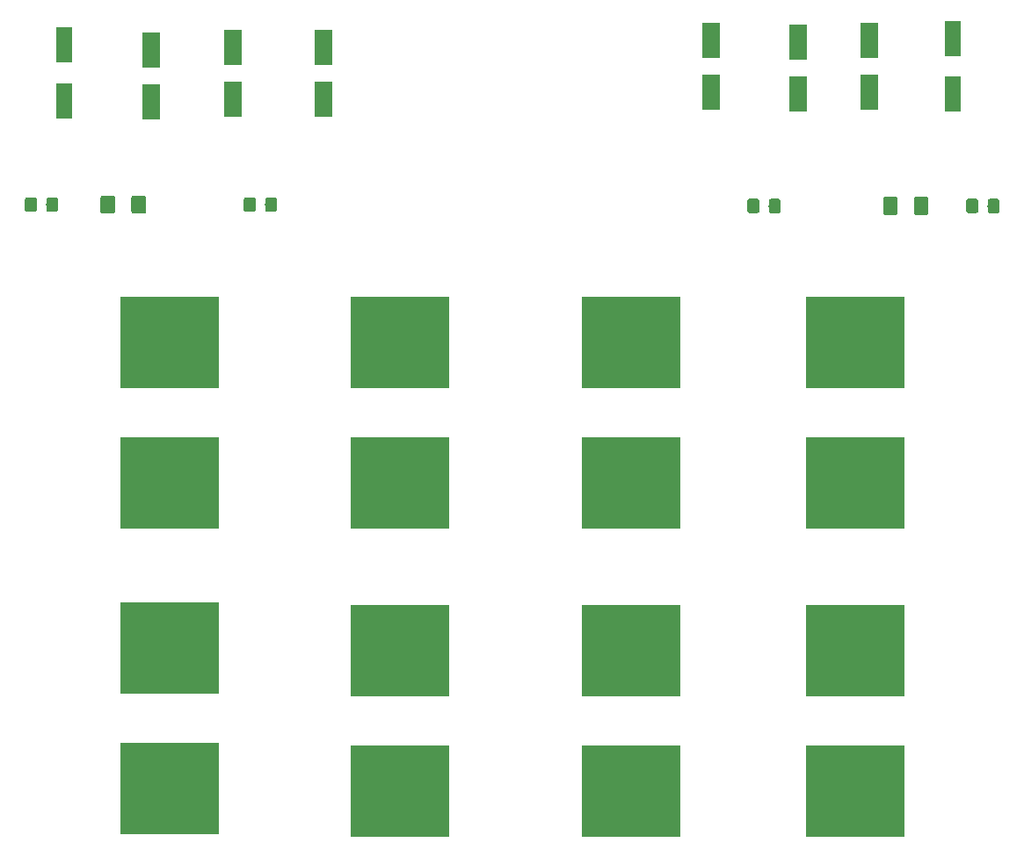
<source format=gbr>
G04 #@! TF.GenerationSoftware,KiCad,Pcbnew,(5.0.0-3-g5ebb6b6)*
G04 #@! TF.CreationDate,2019-01-11T00:48:24+00:00*
G04 #@! TF.ProjectId,AdjustablePSU,41646A75737461626C655053552E6B69,rev?*
G04 #@! TF.SameCoordinates,Original*
G04 #@! TF.FileFunction,Paste,Top*
G04 #@! TF.FilePolarity,Positive*
%FSLAX46Y46*%
G04 Gerber Fmt 4.6, Leading zero omitted, Abs format (unit mm)*
G04 Created by KiCad (PCBNEW (5.0.0-3-g5ebb6b6)) date Friday, 11 January 2019 at 00:48:24*
%MOMM*%
%LPD*%
G01*
G04 APERTURE LIST*
%ADD10C,0.100000*%
%ADD11C,1.150000*%
%ADD12R,9.600000X8.800000*%
%ADD13R,1.600000X3.500000*%
%ADD14C,1.425000*%
%ADD15R,1.800000X3.500000*%
G04 APERTURE END LIST*
D10*
G04 #@! TO.C,C_NEG1*
G36*
X125707505Y-89471204D02*
X125731773Y-89474804D01*
X125755572Y-89480765D01*
X125778671Y-89489030D01*
X125800850Y-89499520D01*
X125821893Y-89512132D01*
X125841599Y-89526747D01*
X125859777Y-89543223D01*
X125876253Y-89561401D01*
X125890868Y-89581107D01*
X125903480Y-89602150D01*
X125913970Y-89624329D01*
X125922235Y-89647428D01*
X125928196Y-89671227D01*
X125931796Y-89695495D01*
X125933000Y-89719999D01*
X125933000Y-90620001D01*
X125931796Y-90644505D01*
X125928196Y-90668773D01*
X125922235Y-90692572D01*
X125913970Y-90715671D01*
X125903480Y-90737850D01*
X125890868Y-90758893D01*
X125876253Y-90778599D01*
X125859777Y-90796777D01*
X125841599Y-90813253D01*
X125821893Y-90827868D01*
X125800850Y-90840480D01*
X125778671Y-90850970D01*
X125755572Y-90859235D01*
X125731773Y-90865196D01*
X125707505Y-90868796D01*
X125683001Y-90870000D01*
X125032999Y-90870000D01*
X125008495Y-90868796D01*
X124984227Y-90865196D01*
X124960428Y-90859235D01*
X124937329Y-90850970D01*
X124915150Y-90840480D01*
X124894107Y-90827868D01*
X124874401Y-90813253D01*
X124856223Y-90796777D01*
X124839747Y-90778599D01*
X124825132Y-90758893D01*
X124812520Y-90737850D01*
X124802030Y-90715671D01*
X124793765Y-90692572D01*
X124787804Y-90668773D01*
X124784204Y-90644505D01*
X124783000Y-90620001D01*
X124783000Y-89719999D01*
X124784204Y-89695495D01*
X124787804Y-89671227D01*
X124793765Y-89647428D01*
X124802030Y-89624329D01*
X124812520Y-89602150D01*
X124825132Y-89581107D01*
X124839747Y-89561401D01*
X124856223Y-89543223D01*
X124874401Y-89526747D01*
X124894107Y-89512132D01*
X124915150Y-89499520D01*
X124937329Y-89489030D01*
X124960428Y-89480765D01*
X124984227Y-89474804D01*
X125008495Y-89471204D01*
X125032999Y-89470000D01*
X125683001Y-89470000D01*
X125707505Y-89471204D01*
X125707505Y-89471204D01*
G37*
D11*
X125358000Y-90170000D03*
D10*
G36*
X123657505Y-89471204D02*
X123681773Y-89474804D01*
X123705572Y-89480765D01*
X123728671Y-89489030D01*
X123750850Y-89499520D01*
X123771893Y-89512132D01*
X123791599Y-89526747D01*
X123809777Y-89543223D01*
X123826253Y-89561401D01*
X123840868Y-89581107D01*
X123853480Y-89602150D01*
X123863970Y-89624329D01*
X123872235Y-89647428D01*
X123878196Y-89671227D01*
X123881796Y-89695495D01*
X123883000Y-89719999D01*
X123883000Y-90620001D01*
X123881796Y-90644505D01*
X123878196Y-90668773D01*
X123872235Y-90692572D01*
X123863970Y-90715671D01*
X123853480Y-90737850D01*
X123840868Y-90758893D01*
X123826253Y-90778599D01*
X123809777Y-90796777D01*
X123791599Y-90813253D01*
X123771893Y-90827868D01*
X123750850Y-90840480D01*
X123728671Y-90850970D01*
X123705572Y-90859235D01*
X123681773Y-90865196D01*
X123657505Y-90868796D01*
X123633001Y-90870000D01*
X122982999Y-90870000D01*
X122958495Y-90868796D01*
X122934227Y-90865196D01*
X122910428Y-90859235D01*
X122887329Y-90850970D01*
X122865150Y-90840480D01*
X122844107Y-90827868D01*
X122824401Y-90813253D01*
X122806223Y-90796777D01*
X122789747Y-90778599D01*
X122775132Y-90758893D01*
X122762520Y-90737850D01*
X122752030Y-90715671D01*
X122743765Y-90692572D01*
X122737804Y-90668773D01*
X122734204Y-90644505D01*
X122733000Y-90620001D01*
X122733000Y-89719999D01*
X122734204Y-89695495D01*
X122737804Y-89671227D01*
X122743765Y-89647428D01*
X122752030Y-89624329D01*
X122762520Y-89602150D01*
X122775132Y-89581107D01*
X122789747Y-89561401D01*
X122806223Y-89543223D01*
X122824401Y-89526747D01*
X122844107Y-89512132D01*
X122865150Y-89499520D01*
X122887329Y-89489030D01*
X122910428Y-89480765D01*
X122934227Y-89474804D01*
X122958495Y-89471204D01*
X122982999Y-89470000D01*
X123633001Y-89470000D01*
X123657505Y-89471204D01*
X123657505Y-89471204D01*
G37*
D11*
X123308000Y-90170000D03*
G04 #@! TD*
D12*
G04 #@! TO.C,C_NEG2*
X137795000Y-103486000D03*
X137795000Y-116986000D03*
G04 #@! TD*
G04 #@! TO.C,C_NEG3*
X115570000Y-116986000D03*
X115570000Y-103486000D03*
G04 #@! TD*
G04 #@! TO.C,C_NEG4*
X115570000Y-146450000D03*
X115570000Y-132950000D03*
G04 #@! TD*
G04 #@! TO.C,C_NEG5*
X137795000Y-133204000D03*
X137795000Y-146704000D03*
G04 #@! TD*
D13*
G04 #@! TO.C,C_NEG6*
X105410000Y-80170000D03*
X105410000Y-74770000D03*
G04 #@! TD*
D10*
G04 #@! TO.C,C_POS1*
G36*
X174221505Y-89598204D02*
X174245773Y-89601804D01*
X174269572Y-89607765D01*
X174292671Y-89616030D01*
X174314850Y-89626520D01*
X174335893Y-89639132D01*
X174355599Y-89653747D01*
X174373777Y-89670223D01*
X174390253Y-89688401D01*
X174404868Y-89708107D01*
X174417480Y-89729150D01*
X174427970Y-89751329D01*
X174436235Y-89774428D01*
X174442196Y-89798227D01*
X174445796Y-89822495D01*
X174447000Y-89846999D01*
X174447000Y-90747001D01*
X174445796Y-90771505D01*
X174442196Y-90795773D01*
X174436235Y-90819572D01*
X174427970Y-90842671D01*
X174417480Y-90864850D01*
X174404868Y-90885893D01*
X174390253Y-90905599D01*
X174373777Y-90923777D01*
X174355599Y-90940253D01*
X174335893Y-90954868D01*
X174314850Y-90967480D01*
X174292671Y-90977970D01*
X174269572Y-90986235D01*
X174245773Y-90992196D01*
X174221505Y-90995796D01*
X174197001Y-90997000D01*
X173546999Y-90997000D01*
X173522495Y-90995796D01*
X173498227Y-90992196D01*
X173474428Y-90986235D01*
X173451329Y-90977970D01*
X173429150Y-90967480D01*
X173408107Y-90954868D01*
X173388401Y-90940253D01*
X173370223Y-90923777D01*
X173353747Y-90905599D01*
X173339132Y-90885893D01*
X173326520Y-90864850D01*
X173316030Y-90842671D01*
X173307765Y-90819572D01*
X173301804Y-90795773D01*
X173298204Y-90771505D01*
X173297000Y-90747001D01*
X173297000Y-89846999D01*
X173298204Y-89822495D01*
X173301804Y-89798227D01*
X173307765Y-89774428D01*
X173316030Y-89751329D01*
X173326520Y-89729150D01*
X173339132Y-89708107D01*
X173353747Y-89688401D01*
X173370223Y-89670223D01*
X173388401Y-89653747D01*
X173408107Y-89639132D01*
X173429150Y-89626520D01*
X173451329Y-89616030D01*
X173474428Y-89607765D01*
X173498227Y-89601804D01*
X173522495Y-89598204D01*
X173546999Y-89597000D01*
X174197001Y-89597000D01*
X174221505Y-89598204D01*
X174221505Y-89598204D01*
G37*
D11*
X173872000Y-90297000D03*
D10*
G36*
X172171505Y-89598204D02*
X172195773Y-89601804D01*
X172219572Y-89607765D01*
X172242671Y-89616030D01*
X172264850Y-89626520D01*
X172285893Y-89639132D01*
X172305599Y-89653747D01*
X172323777Y-89670223D01*
X172340253Y-89688401D01*
X172354868Y-89708107D01*
X172367480Y-89729150D01*
X172377970Y-89751329D01*
X172386235Y-89774428D01*
X172392196Y-89798227D01*
X172395796Y-89822495D01*
X172397000Y-89846999D01*
X172397000Y-90747001D01*
X172395796Y-90771505D01*
X172392196Y-90795773D01*
X172386235Y-90819572D01*
X172377970Y-90842671D01*
X172367480Y-90864850D01*
X172354868Y-90885893D01*
X172340253Y-90905599D01*
X172323777Y-90923777D01*
X172305599Y-90940253D01*
X172285893Y-90954868D01*
X172264850Y-90967480D01*
X172242671Y-90977970D01*
X172219572Y-90986235D01*
X172195773Y-90992196D01*
X172171505Y-90995796D01*
X172147001Y-90997000D01*
X171496999Y-90997000D01*
X171472495Y-90995796D01*
X171448227Y-90992196D01*
X171424428Y-90986235D01*
X171401329Y-90977970D01*
X171379150Y-90967480D01*
X171358107Y-90954868D01*
X171338401Y-90940253D01*
X171320223Y-90923777D01*
X171303747Y-90905599D01*
X171289132Y-90885893D01*
X171276520Y-90864850D01*
X171266030Y-90842671D01*
X171257765Y-90819572D01*
X171251804Y-90795773D01*
X171248204Y-90771505D01*
X171247000Y-90747001D01*
X171247000Y-89846999D01*
X171248204Y-89822495D01*
X171251804Y-89798227D01*
X171257765Y-89774428D01*
X171266030Y-89751329D01*
X171276520Y-89729150D01*
X171289132Y-89708107D01*
X171303747Y-89688401D01*
X171320223Y-89670223D01*
X171338401Y-89653747D01*
X171358107Y-89639132D01*
X171379150Y-89626520D01*
X171401329Y-89616030D01*
X171424428Y-89607765D01*
X171448227Y-89601804D01*
X171472495Y-89598204D01*
X171496999Y-89597000D01*
X172147001Y-89597000D01*
X172171505Y-89598204D01*
X172171505Y-89598204D01*
G37*
D11*
X171822000Y-90297000D03*
G04 #@! TD*
D12*
G04 #@! TO.C,C_POS2*
X160020000Y-146704000D03*
X160020000Y-133204000D03*
G04 #@! TD*
G04 #@! TO.C,C_POS3*
X160020000Y-116986000D03*
X160020000Y-103486000D03*
G04 #@! TD*
G04 #@! TO.C,C_POS4*
X181610000Y-146704000D03*
X181610000Y-133204000D03*
G04 #@! TD*
G04 #@! TO.C,C_POS5*
X181610000Y-116986000D03*
X181610000Y-103486000D03*
G04 #@! TD*
D13*
G04 #@! TO.C,C_POS6*
X191008000Y-79535000D03*
X191008000Y-74135000D03*
G04 #@! TD*
D10*
G04 #@! TO.C,D_NEG4*
G36*
X110124504Y-89296204D02*
X110148773Y-89299804D01*
X110172571Y-89305765D01*
X110195671Y-89314030D01*
X110217849Y-89324520D01*
X110238893Y-89337133D01*
X110258598Y-89351747D01*
X110276777Y-89368223D01*
X110293253Y-89386402D01*
X110307867Y-89406107D01*
X110320480Y-89427151D01*
X110330970Y-89449329D01*
X110339235Y-89472429D01*
X110345196Y-89496227D01*
X110348796Y-89520496D01*
X110350000Y-89545000D01*
X110350000Y-90795000D01*
X110348796Y-90819504D01*
X110345196Y-90843773D01*
X110339235Y-90867571D01*
X110330970Y-90890671D01*
X110320480Y-90912849D01*
X110307867Y-90933893D01*
X110293253Y-90953598D01*
X110276777Y-90971777D01*
X110258598Y-90988253D01*
X110238893Y-91002867D01*
X110217849Y-91015480D01*
X110195671Y-91025970D01*
X110172571Y-91034235D01*
X110148773Y-91040196D01*
X110124504Y-91043796D01*
X110100000Y-91045000D01*
X109175000Y-91045000D01*
X109150496Y-91043796D01*
X109126227Y-91040196D01*
X109102429Y-91034235D01*
X109079329Y-91025970D01*
X109057151Y-91015480D01*
X109036107Y-91002867D01*
X109016402Y-90988253D01*
X108998223Y-90971777D01*
X108981747Y-90953598D01*
X108967133Y-90933893D01*
X108954520Y-90912849D01*
X108944030Y-90890671D01*
X108935765Y-90867571D01*
X108929804Y-90843773D01*
X108926204Y-90819504D01*
X108925000Y-90795000D01*
X108925000Y-89545000D01*
X108926204Y-89520496D01*
X108929804Y-89496227D01*
X108935765Y-89472429D01*
X108944030Y-89449329D01*
X108954520Y-89427151D01*
X108967133Y-89406107D01*
X108981747Y-89386402D01*
X108998223Y-89368223D01*
X109016402Y-89351747D01*
X109036107Y-89337133D01*
X109057151Y-89324520D01*
X109079329Y-89314030D01*
X109102429Y-89305765D01*
X109126227Y-89299804D01*
X109150496Y-89296204D01*
X109175000Y-89295000D01*
X110100000Y-89295000D01*
X110124504Y-89296204D01*
X110124504Y-89296204D01*
G37*
D14*
X109637500Y-90170000D03*
D10*
G36*
X113099504Y-89296204D02*
X113123773Y-89299804D01*
X113147571Y-89305765D01*
X113170671Y-89314030D01*
X113192849Y-89324520D01*
X113213893Y-89337133D01*
X113233598Y-89351747D01*
X113251777Y-89368223D01*
X113268253Y-89386402D01*
X113282867Y-89406107D01*
X113295480Y-89427151D01*
X113305970Y-89449329D01*
X113314235Y-89472429D01*
X113320196Y-89496227D01*
X113323796Y-89520496D01*
X113325000Y-89545000D01*
X113325000Y-90795000D01*
X113323796Y-90819504D01*
X113320196Y-90843773D01*
X113314235Y-90867571D01*
X113305970Y-90890671D01*
X113295480Y-90912849D01*
X113282867Y-90933893D01*
X113268253Y-90953598D01*
X113251777Y-90971777D01*
X113233598Y-90988253D01*
X113213893Y-91002867D01*
X113192849Y-91015480D01*
X113170671Y-91025970D01*
X113147571Y-91034235D01*
X113123773Y-91040196D01*
X113099504Y-91043796D01*
X113075000Y-91045000D01*
X112150000Y-91045000D01*
X112125496Y-91043796D01*
X112101227Y-91040196D01*
X112077429Y-91034235D01*
X112054329Y-91025970D01*
X112032151Y-91015480D01*
X112011107Y-91002867D01*
X111991402Y-90988253D01*
X111973223Y-90971777D01*
X111956747Y-90953598D01*
X111942133Y-90933893D01*
X111929520Y-90912849D01*
X111919030Y-90890671D01*
X111910765Y-90867571D01*
X111904804Y-90843773D01*
X111901204Y-90819504D01*
X111900000Y-90795000D01*
X111900000Y-89545000D01*
X111901204Y-89520496D01*
X111904804Y-89496227D01*
X111910765Y-89472429D01*
X111919030Y-89449329D01*
X111929520Y-89427151D01*
X111942133Y-89406107D01*
X111956747Y-89386402D01*
X111973223Y-89368223D01*
X111991402Y-89351747D01*
X112011107Y-89337133D01*
X112032151Y-89324520D01*
X112054329Y-89314030D01*
X112077429Y-89305765D01*
X112101227Y-89299804D01*
X112125496Y-89296204D01*
X112150000Y-89295000D01*
X113075000Y-89295000D01*
X113099504Y-89296204D01*
X113099504Y-89296204D01*
G37*
D14*
X112612500Y-90170000D03*
G04 #@! TD*
D10*
G04 #@! TO.C,D_POS4*
G36*
X188474004Y-89423204D02*
X188498273Y-89426804D01*
X188522071Y-89432765D01*
X188545171Y-89441030D01*
X188567349Y-89451520D01*
X188588393Y-89464133D01*
X188608098Y-89478747D01*
X188626277Y-89495223D01*
X188642753Y-89513402D01*
X188657367Y-89533107D01*
X188669980Y-89554151D01*
X188680470Y-89576329D01*
X188688735Y-89599429D01*
X188694696Y-89623227D01*
X188698296Y-89647496D01*
X188699500Y-89672000D01*
X188699500Y-90922000D01*
X188698296Y-90946504D01*
X188694696Y-90970773D01*
X188688735Y-90994571D01*
X188680470Y-91017671D01*
X188669980Y-91039849D01*
X188657367Y-91060893D01*
X188642753Y-91080598D01*
X188626277Y-91098777D01*
X188608098Y-91115253D01*
X188588393Y-91129867D01*
X188567349Y-91142480D01*
X188545171Y-91152970D01*
X188522071Y-91161235D01*
X188498273Y-91167196D01*
X188474004Y-91170796D01*
X188449500Y-91172000D01*
X187524500Y-91172000D01*
X187499996Y-91170796D01*
X187475727Y-91167196D01*
X187451929Y-91161235D01*
X187428829Y-91152970D01*
X187406651Y-91142480D01*
X187385607Y-91129867D01*
X187365902Y-91115253D01*
X187347723Y-91098777D01*
X187331247Y-91080598D01*
X187316633Y-91060893D01*
X187304020Y-91039849D01*
X187293530Y-91017671D01*
X187285265Y-90994571D01*
X187279304Y-90970773D01*
X187275704Y-90946504D01*
X187274500Y-90922000D01*
X187274500Y-89672000D01*
X187275704Y-89647496D01*
X187279304Y-89623227D01*
X187285265Y-89599429D01*
X187293530Y-89576329D01*
X187304020Y-89554151D01*
X187316633Y-89533107D01*
X187331247Y-89513402D01*
X187347723Y-89495223D01*
X187365902Y-89478747D01*
X187385607Y-89464133D01*
X187406651Y-89451520D01*
X187428829Y-89441030D01*
X187451929Y-89432765D01*
X187475727Y-89426804D01*
X187499996Y-89423204D01*
X187524500Y-89422000D01*
X188449500Y-89422000D01*
X188474004Y-89423204D01*
X188474004Y-89423204D01*
G37*
D14*
X187987000Y-90297000D03*
D10*
G36*
X185499004Y-89423204D02*
X185523273Y-89426804D01*
X185547071Y-89432765D01*
X185570171Y-89441030D01*
X185592349Y-89451520D01*
X185613393Y-89464133D01*
X185633098Y-89478747D01*
X185651277Y-89495223D01*
X185667753Y-89513402D01*
X185682367Y-89533107D01*
X185694980Y-89554151D01*
X185705470Y-89576329D01*
X185713735Y-89599429D01*
X185719696Y-89623227D01*
X185723296Y-89647496D01*
X185724500Y-89672000D01*
X185724500Y-90922000D01*
X185723296Y-90946504D01*
X185719696Y-90970773D01*
X185713735Y-90994571D01*
X185705470Y-91017671D01*
X185694980Y-91039849D01*
X185682367Y-91060893D01*
X185667753Y-91080598D01*
X185651277Y-91098777D01*
X185633098Y-91115253D01*
X185613393Y-91129867D01*
X185592349Y-91142480D01*
X185570171Y-91152970D01*
X185547071Y-91161235D01*
X185523273Y-91167196D01*
X185499004Y-91170796D01*
X185474500Y-91172000D01*
X184549500Y-91172000D01*
X184524996Y-91170796D01*
X184500727Y-91167196D01*
X184476929Y-91161235D01*
X184453829Y-91152970D01*
X184431651Y-91142480D01*
X184410607Y-91129867D01*
X184390902Y-91115253D01*
X184372723Y-91098777D01*
X184356247Y-91080598D01*
X184341633Y-91060893D01*
X184329020Y-91039849D01*
X184318530Y-91017671D01*
X184310265Y-90994571D01*
X184304304Y-90970773D01*
X184300704Y-90946504D01*
X184299500Y-90922000D01*
X184299500Y-89672000D01*
X184300704Y-89647496D01*
X184304304Y-89623227D01*
X184310265Y-89599429D01*
X184318530Y-89576329D01*
X184329020Y-89554151D01*
X184341633Y-89533107D01*
X184356247Y-89513402D01*
X184372723Y-89495223D01*
X184390902Y-89478747D01*
X184410607Y-89464133D01*
X184431651Y-89451520D01*
X184453829Y-89441030D01*
X184476929Y-89432765D01*
X184500727Y-89426804D01*
X184524996Y-89423204D01*
X184549500Y-89422000D01*
X185474500Y-89422000D01*
X185499004Y-89423204D01*
X185499004Y-89423204D01*
G37*
D14*
X185012000Y-90297000D03*
G04 #@! TD*
D10*
G04 #@! TO.C,R_NEG1*
G36*
X102575505Y-89471204D02*
X102599773Y-89474804D01*
X102623572Y-89480765D01*
X102646671Y-89489030D01*
X102668850Y-89499520D01*
X102689893Y-89512132D01*
X102709599Y-89526747D01*
X102727777Y-89543223D01*
X102744253Y-89561401D01*
X102758868Y-89581107D01*
X102771480Y-89602150D01*
X102781970Y-89624329D01*
X102790235Y-89647428D01*
X102796196Y-89671227D01*
X102799796Y-89695495D01*
X102801000Y-89719999D01*
X102801000Y-90620001D01*
X102799796Y-90644505D01*
X102796196Y-90668773D01*
X102790235Y-90692572D01*
X102781970Y-90715671D01*
X102771480Y-90737850D01*
X102758868Y-90758893D01*
X102744253Y-90778599D01*
X102727777Y-90796777D01*
X102709599Y-90813253D01*
X102689893Y-90827868D01*
X102668850Y-90840480D01*
X102646671Y-90850970D01*
X102623572Y-90859235D01*
X102599773Y-90865196D01*
X102575505Y-90868796D01*
X102551001Y-90870000D01*
X101900999Y-90870000D01*
X101876495Y-90868796D01*
X101852227Y-90865196D01*
X101828428Y-90859235D01*
X101805329Y-90850970D01*
X101783150Y-90840480D01*
X101762107Y-90827868D01*
X101742401Y-90813253D01*
X101724223Y-90796777D01*
X101707747Y-90778599D01*
X101693132Y-90758893D01*
X101680520Y-90737850D01*
X101670030Y-90715671D01*
X101661765Y-90692572D01*
X101655804Y-90668773D01*
X101652204Y-90644505D01*
X101651000Y-90620001D01*
X101651000Y-89719999D01*
X101652204Y-89695495D01*
X101655804Y-89671227D01*
X101661765Y-89647428D01*
X101670030Y-89624329D01*
X101680520Y-89602150D01*
X101693132Y-89581107D01*
X101707747Y-89561401D01*
X101724223Y-89543223D01*
X101742401Y-89526747D01*
X101762107Y-89512132D01*
X101783150Y-89499520D01*
X101805329Y-89489030D01*
X101828428Y-89480765D01*
X101852227Y-89474804D01*
X101876495Y-89471204D01*
X101900999Y-89470000D01*
X102551001Y-89470000D01*
X102575505Y-89471204D01*
X102575505Y-89471204D01*
G37*
D11*
X102226000Y-90170000D03*
D10*
G36*
X104625505Y-89471204D02*
X104649773Y-89474804D01*
X104673572Y-89480765D01*
X104696671Y-89489030D01*
X104718850Y-89499520D01*
X104739893Y-89512132D01*
X104759599Y-89526747D01*
X104777777Y-89543223D01*
X104794253Y-89561401D01*
X104808868Y-89581107D01*
X104821480Y-89602150D01*
X104831970Y-89624329D01*
X104840235Y-89647428D01*
X104846196Y-89671227D01*
X104849796Y-89695495D01*
X104851000Y-89719999D01*
X104851000Y-90620001D01*
X104849796Y-90644505D01*
X104846196Y-90668773D01*
X104840235Y-90692572D01*
X104831970Y-90715671D01*
X104821480Y-90737850D01*
X104808868Y-90758893D01*
X104794253Y-90778599D01*
X104777777Y-90796777D01*
X104759599Y-90813253D01*
X104739893Y-90827868D01*
X104718850Y-90840480D01*
X104696671Y-90850970D01*
X104673572Y-90859235D01*
X104649773Y-90865196D01*
X104625505Y-90868796D01*
X104601001Y-90870000D01*
X103950999Y-90870000D01*
X103926495Y-90868796D01*
X103902227Y-90865196D01*
X103878428Y-90859235D01*
X103855329Y-90850970D01*
X103833150Y-90840480D01*
X103812107Y-90827868D01*
X103792401Y-90813253D01*
X103774223Y-90796777D01*
X103757747Y-90778599D01*
X103743132Y-90758893D01*
X103730520Y-90737850D01*
X103720030Y-90715671D01*
X103711765Y-90692572D01*
X103705804Y-90668773D01*
X103702204Y-90644505D01*
X103701000Y-90620001D01*
X103701000Y-89719999D01*
X103702204Y-89695495D01*
X103705804Y-89671227D01*
X103711765Y-89647428D01*
X103720030Y-89624329D01*
X103730520Y-89602150D01*
X103743132Y-89581107D01*
X103757747Y-89561401D01*
X103774223Y-89543223D01*
X103792401Y-89526747D01*
X103812107Y-89512132D01*
X103833150Y-89499520D01*
X103855329Y-89489030D01*
X103878428Y-89480765D01*
X103902227Y-89474804D01*
X103926495Y-89471204D01*
X103950999Y-89470000D01*
X104601001Y-89470000D01*
X104625505Y-89471204D01*
X104625505Y-89471204D01*
G37*
D11*
X104276000Y-90170000D03*
G04 #@! TD*
D10*
G04 #@! TO.C,R_POS1*
G36*
X193253505Y-89598204D02*
X193277773Y-89601804D01*
X193301572Y-89607765D01*
X193324671Y-89616030D01*
X193346850Y-89626520D01*
X193367893Y-89639132D01*
X193387599Y-89653747D01*
X193405777Y-89670223D01*
X193422253Y-89688401D01*
X193436868Y-89708107D01*
X193449480Y-89729150D01*
X193459970Y-89751329D01*
X193468235Y-89774428D01*
X193474196Y-89798227D01*
X193477796Y-89822495D01*
X193479000Y-89846999D01*
X193479000Y-90747001D01*
X193477796Y-90771505D01*
X193474196Y-90795773D01*
X193468235Y-90819572D01*
X193459970Y-90842671D01*
X193449480Y-90864850D01*
X193436868Y-90885893D01*
X193422253Y-90905599D01*
X193405777Y-90923777D01*
X193387599Y-90940253D01*
X193367893Y-90954868D01*
X193346850Y-90967480D01*
X193324671Y-90977970D01*
X193301572Y-90986235D01*
X193277773Y-90992196D01*
X193253505Y-90995796D01*
X193229001Y-90997000D01*
X192578999Y-90997000D01*
X192554495Y-90995796D01*
X192530227Y-90992196D01*
X192506428Y-90986235D01*
X192483329Y-90977970D01*
X192461150Y-90967480D01*
X192440107Y-90954868D01*
X192420401Y-90940253D01*
X192402223Y-90923777D01*
X192385747Y-90905599D01*
X192371132Y-90885893D01*
X192358520Y-90864850D01*
X192348030Y-90842671D01*
X192339765Y-90819572D01*
X192333804Y-90795773D01*
X192330204Y-90771505D01*
X192329000Y-90747001D01*
X192329000Y-89846999D01*
X192330204Y-89822495D01*
X192333804Y-89798227D01*
X192339765Y-89774428D01*
X192348030Y-89751329D01*
X192358520Y-89729150D01*
X192371132Y-89708107D01*
X192385747Y-89688401D01*
X192402223Y-89670223D01*
X192420401Y-89653747D01*
X192440107Y-89639132D01*
X192461150Y-89626520D01*
X192483329Y-89616030D01*
X192506428Y-89607765D01*
X192530227Y-89601804D01*
X192554495Y-89598204D01*
X192578999Y-89597000D01*
X193229001Y-89597000D01*
X193253505Y-89598204D01*
X193253505Y-89598204D01*
G37*
D11*
X192904000Y-90297000D03*
D10*
G36*
X195303505Y-89598204D02*
X195327773Y-89601804D01*
X195351572Y-89607765D01*
X195374671Y-89616030D01*
X195396850Y-89626520D01*
X195417893Y-89639132D01*
X195437599Y-89653747D01*
X195455777Y-89670223D01*
X195472253Y-89688401D01*
X195486868Y-89708107D01*
X195499480Y-89729150D01*
X195509970Y-89751329D01*
X195518235Y-89774428D01*
X195524196Y-89798227D01*
X195527796Y-89822495D01*
X195529000Y-89846999D01*
X195529000Y-90747001D01*
X195527796Y-90771505D01*
X195524196Y-90795773D01*
X195518235Y-90819572D01*
X195509970Y-90842671D01*
X195499480Y-90864850D01*
X195486868Y-90885893D01*
X195472253Y-90905599D01*
X195455777Y-90923777D01*
X195437599Y-90940253D01*
X195417893Y-90954868D01*
X195396850Y-90967480D01*
X195374671Y-90977970D01*
X195351572Y-90986235D01*
X195327773Y-90992196D01*
X195303505Y-90995796D01*
X195279001Y-90997000D01*
X194628999Y-90997000D01*
X194604495Y-90995796D01*
X194580227Y-90992196D01*
X194556428Y-90986235D01*
X194533329Y-90977970D01*
X194511150Y-90967480D01*
X194490107Y-90954868D01*
X194470401Y-90940253D01*
X194452223Y-90923777D01*
X194435747Y-90905599D01*
X194421132Y-90885893D01*
X194408520Y-90864850D01*
X194398030Y-90842671D01*
X194389765Y-90819572D01*
X194383804Y-90795773D01*
X194380204Y-90771505D01*
X194379000Y-90747001D01*
X194379000Y-89846999D01*
X194380204Y-89822495D01*
X194383804Y-89798227D01*
X194389765Y-89774428D01*
X194398030Y-89751329D01*
X194408520Y-89729150D01*
X194421132Y-89708107D01*
X194435747Y-89688401D01*
X194452223Y-89670223D01*
X194470401Y-89653747D01*
X194490107Y-89639132D01*
X194511150Y-89626520D01*
X194533329Y-89616030D01*
X194556428Y-89607765D01*
X194580227Y-89601804D01*
X194604495Y-89598204D01*
X194628999Y-89597000D01*
X195279001Y-89597000D01*
X195303505Y-89598204D01*
X195303505Y-89598204D01*
G37*
D11*
X194954000Y-90297000D03*
G04 #@! TD*
D15*
G04 #@! TO.C,D_NEG1*
X130429000Y-79970000D03*
X130429000Y-74970000D03*
G04 #@! TD*
G04 #@! TO.C,D_NEG2*
X121666000Y-79970000D03*
X121666000Y-74970000D03*
G04 #@! TD*
G04 #@! TO.C,D_NEG3*
X113792000Y-75224000D03*
X113792000Y-80224000D03*
G04 #@! TD*
G04 #@! TO.C,D_POS1*
X167767000Y-79335000D03*
X167767000Y-74335000D03*
G04 #@! TD*
G04 #@! TO.C,D_POS2*
X176149000Y-79462000D03*
X176149000Y-74462000D03*
G04 #@! TD*
G04 #@! TO.C,D_POS3*
X183007000Y-74335000D03*
X183007000Y-79335000D03*
G04 #@! TD*
M02*

</source>
